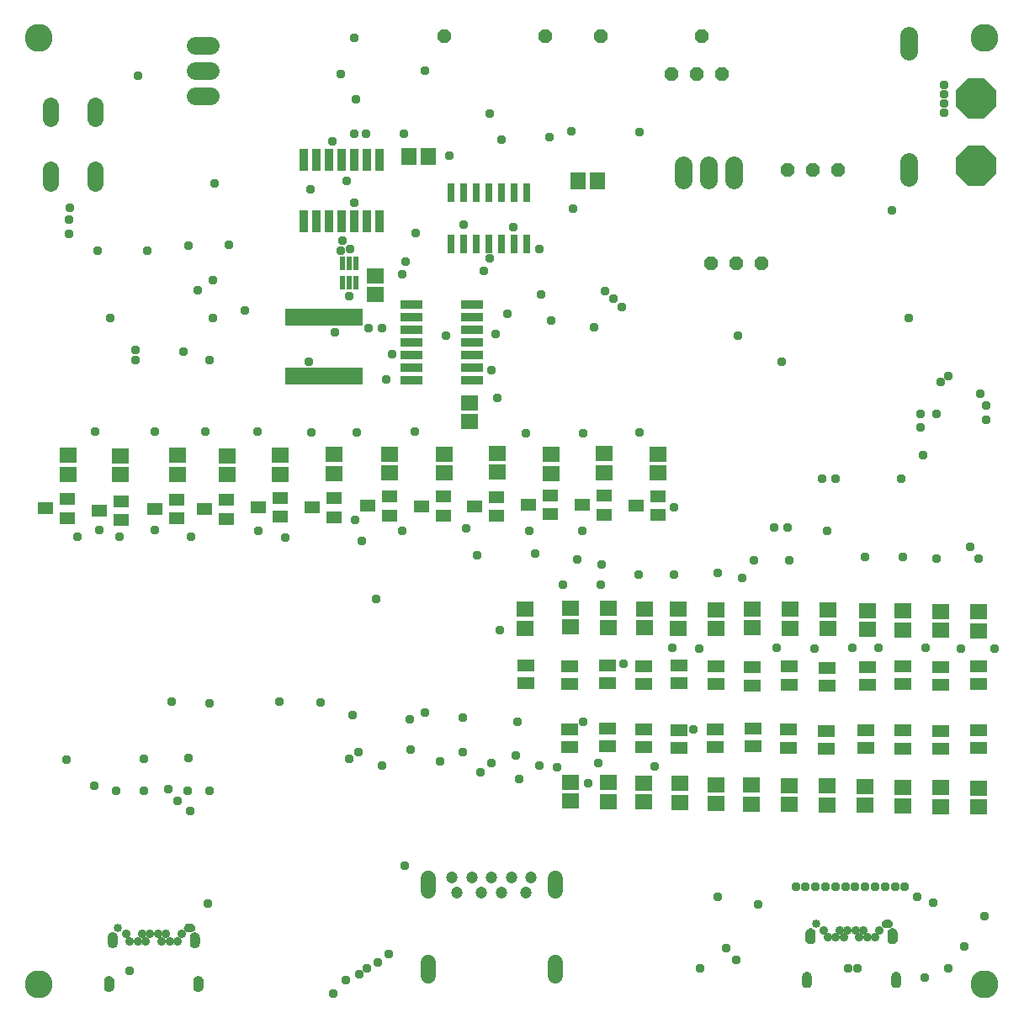
<source format=gbr>
G04 EAGLE Gerber RS-274X export*
G75*
%MOMM*%
%FSLAX34Y34*%
%LPD*%
%INSoldermask Bottom*%
%IPPOS*%
%AMOC8*
5,1,8,0,0,1.08239X$1,22.5*%
G01*
%ADD10C,2.803200*%
%ADD11P,1.451614X8X22.500000*%
%ADD12R,1.503200X1.703200*%
%ADD13R,1.703200X1.503200*%
%ADD14R,1.653200X1.303200*%
%ADD15R,0.653200X1.678200*%
%ADD16R,0.863600X2.235200*%
%ADD17R,2.235200X0.863600*%
%ADD18C,0.903200*%
%ADD19C,0.853200*%
%ADD20R,1.603200X1.203200*%
%ADD21C,1.625600*%
%ADD22C,1.743200*%
%ADD23R,0.558800X1.320800*%
%ADD24R,0.736600X1.905000*%
%ADD25C,1.203200*%
%ADD26C,1.503200*%
%ADD27C,1.767838*%
%ADD28P,4.343848X8X22.500000*%
%ADD29C,0.959600*%

G36*
X100018Y60176D02*
X100018Y60176D01*
X100024Y60182D01*
X100029Y60179D01*
X101086Y60549D01*
X101090Y60556D01*
X101096Y60553D01*
X102044Y61149D01*
X102047Y61157D01*
X102052Y61156D01*
X102844Y61948D01*
X102845Y61956D01*
X102851Y61956D01*
X103447Y62904D01*
X103446Y62913D01*
X103451Y62914D01*
X103821Y63971D01*
X103820Y63975D01*
X103822Y63977D01*
X103820Y63980D01*
X103824Y63982D01*
X103949Y65095D01*
X103947Y65098D01*
X103949Y65100D01*
X103949Y71100D01*
X103947Y71103D01*
X103949Y71106D01*
X103824Y72218D01*
X103818Y72224D01*
X103821Y72229D01*
X103451Y73286D01*
X103445Y73290D01*
X103447Y73296D01*
X102851Y74244D01*
X102843Y74247D01*
X102844Y74252D01*
X102052Y75044D01*
X102044Y75045D01*
X102044Y75051D01*
X101096Y75647D01*
X101087Y75646D01*
X101086Y75651D01*
X100029Y76021D01*
X100021Y76019D01*
X100018Y76024D01*
X98906Y76149D01*
X98898Y76145D01*
X98895Y76149D01*
X97782Y76024D01*
X97776Y76018D01*
X97771Y76021D01*
X96714Y75651D01*
X96710Y75645D01*
X96704Y75647D01*
X95756Y75051D01*
X95753Y75043D01*
X95748Y75044D01*
X94956Y74252D01*
X94955Y74244D01*
X94949Y74244D01*
X94353Y73296D01*
X94354Y73287D01*
X94349Y73286D01*
X93979Y72229D01*
X93981Y72221D01*
X93976Y72218D01*
X93851Y71106D01*
X93853Y71102D01*
X93851Y71100D01*
X93851Y65100D01*
X93853Y65097D01*
X93851Y65095D01*
X93976Y63982D01*
X93982Y63976D01*
X93979Y63971D01*
X94349Y62914D01*
X94356Y62910D01*
X94353Y62904D01*
X94949Y61956D01*
X94957Y61953D01*
X94956Y61948D01*
X95748Y61156D01*
X95756Y61155D01*
X95756Y61149D01*
X96704Y60553D01*
X96713Y60554D01*
X96714Y60549D01*
X97771Y60179D01*
X97779Y60181D01*
X97782Y60176D01*
X98895Y60051D01*
X98902Y60055D01*
X98906Y60051D01*
X100018Y60176D01*
G37*
G36*
X182618Y60176D02*
X182618Y60176D01*
X182624Y60182D01*
X182629Y60179D01*
X183686Y60549D01*
X183690Y60556D01*
X183696Y60553D01*
X184644Y61149D01*
X184647Y61157D01*
X184652Y61156D01*
X185444Y61948D01*
X185445Y61956D01*
X185451Y61956D01*
X186047Y62904D01*
X186046Y62913D01*
X186051Y62914D01*
X186421Y63971D01*
X186420Y63975D01*
X186422Y63977D01*
X186420Y63980D01*
X186424Y63982D01*
X186549Y65095D01*
X186547Y65098D01*
X186549Y65100D01*
X186549Y71100D01*
X186547Y71103D01*
X186549Y71106D01*
X186424Y72218D01*
X186418Y72224D01*
X186421Y72229D01*
X186051Y73286D01*
X186045Y73290D01*
X186047Y73296D01*
X185451Y74244D01*
X185443Y74247D01*
X185444Y74252D01*
X184652Y75044D01*
X184644Y75045D01*
X184644Y75051D01*
X183696Y75647D01*
X183687Y75646D01*
X183686Y75651D01*
X182629Y76021D01*
X182621Y76019D01*
X182618Y76024D01*
X181506Y76149D01*
X181498Y76145D01*
X181495Y76149D01*
X180382Y76024D01*
X180376Y76018D01*
X180371Y76021D01*
X179314Y75651D01*
X179310Y75645D01*
X179304Y75647D01*
X178356Y75051D01*
X178353Y75043D01*
X178348Y75044D01*
X177556Y74252D01*
X177555Y74244D01*
X177549Y74244D01*
X176953Y73296D01*
X176954Y73287D01*
X176949Y73286D01*
X176579Y72229D01*
X176581Y72221D01*
X176576Y72218D01*
X176451Y71106D01*
X176453Y71102D01*
X176451Y71100D01*
X176451Y65100D01*
X176453Y65097D01*
X176451Y65095D01*
X176576Y63982D01*
X176582Y63976D01*
X176579Y63971D01*
X176949Y62914D01*
X176956Y62910D01*
X176953Y62904D01*
X177549Y61956D01*
X177557Y61953D01*
X177556Y61948D01*
X178348Y61156D01*
X178356Y61155D01*
X178356Y61149D01*
X179304Y60553D01*
X179313Y60554D01*
X179314Y60549D01*
X180371Y60179D01*
X180379Y60181D01*
X180382Y60176D01*
X181495Y60051D01*
X181502Y60055D01*
X181506Y60051D01*
X182618Y60176D01*
G37*
G36*
X888318Y20176D02*
X888318Y20176D01*
X888324Y20182D01*
X888329Y20179D01*
X889386Y20549D01*
X889390Y20556D01*
X889396Y20553D01*
X890344Y21149D01*
X890347Y21157D01*
X890352Y21156D01*
X891144Y21948D01*
X891145Y21956D01*
X891151Y21956D01*
X891747Y22904D01*
X891746Y22913D01*
X891751Y22914D01*
X892121Y23971D01*
X892120Y23975D01*
X892122Y23977D01*
X892120Y23980D01*
X892124Y23982D01*
X892249Y25095D01*
X892247Y25098D01*
X892249Y25100D01*
X892249Y31100D01*
X892247Y31103D01*
X892249Y31106D01*
X892124Y32218D01*
X892118Y32224D01*
X892121Y32229D01*
X891751Y33286D01*
X891745Y33290D01*
X891747Y33296D01*
X891151Y34244D01*
X891143Y34247D01*
X891144Y34252D01*
X890352Y35044D01*
X890344Y35045D01*
X890344Y35051D01*
X889396Y35647D01*
X889387Y35646D01*
X889386Y35651D01*
X888329Y36021D01*
X888321Y36019D01*
X888318Y36024D01*
X887206Y36149D01*
X887198Y36145D01*
X887195Y36149D01*
X886082Y36024D01*
X886076Y36018D01*
X886071Y36021D01*
X885014Y35651D01*
X885010Y35645D01*
X885004Y35647D01*
X884056Y35051D01*
X884053Y35043D01*
X884048Y35044D01*
X883256Y34252D01*
X883255Y34244D01*
X883249Y34244D01*
X882653Y33296D01*
X882654Y33287D01*
X882649Y33286D01*
X882279Y32229D01*
X882281Y32221D01*
X882276Y32218D01*
X882151Y31106D01*
X882153Y31102D01*
X882151Y31100D01*
X882151Y25100D01*
X882153Y25097D01*
X882151Y25095D01*
X882276Y23982D01*
X882282Y23976D01*
X882279Y23971D01*
X882649Y22914D01*
X882656Y22910D01*
X882653Y22904D01*
X883249Y21956D01*
X883257Y21953D01*
X883256Y21948D01*
X884048Y21156D01*
X884056Y21155D01*
X884056Y21149D01*
X885004Y20553D01*
X885013Y20554D01*
X885014Y20549D01*
X886071Y20179D01*
X886079Y20181D01*
X886082Y20176D01*
X887195Y20051D01*
X887202Y20055D01*
X887206Y20051D01*
X888318Y20176D01*
G37*
G36*
X798518Y20176D02*
X798518Y20176D01*
X798524Y20182D01*
X798529Y20179D01*
X799586Y20549D01*
X799590Y20556D01*
X799596Y20553D01*
X800544Y21149D01*
X800547Y21157D01*
X800552Y21156D01*
X801344Y21948D01*
X801345Y21956D01*
X801351Y21956D01*
X801947Y22904D01*
X801946Y22913D01*
X801951Y22914D01*
X802321Y23971D01*
X802320Y23975D01*
X802322Y23977D01*
X802320Y23980D01*
X802324Y23982D01*
X802449Y25095D01*
X802447Y25098D01*
X802449Y25100D01*
X802449Y31100D01*
X802447Y31103D01*
X802449Y31106D01*
X802324Y32218D01*
X802318Y32224D01*
X802321Y32229D01*
X801951Y33286D01*
X801945Y33290D01*
X801947Y33296D01*
X801351Y34244D01*
X801343Y34247D01*
X801344Y34252D01*
X800552Y35044D01*
X800544Y35045D01*
X800544Y35051D01*
X799596Y35647D01*
X799587Y35646D01*
X799586Y35651D01*
X798529Y36021D01*
X798521Y36019D01*
X798518Y36024D01*
X797406Y36149D01*
X797398Y36145D01*
X797395Y36149D01*
X796282Y36024D01*
X796276Y36018D01*
X796271Y36021D01*
X795214Y35651D01*
X795210Y35645D01*
X795204Y35647D01*
X794256Y35051D01*
X794253Y35043D01*
X794248Y35044D01*
X793456Y34252D01*
X793455Y34244D01*
X793449Y34244D01*
X792853Y33296D01*
X792854Y33287D01*
X792849Y33286D01*
X792479Y32229D01*
X792481Y32221D01*
X792476Y32218D01*
X792351Y31106D01*
X792353Y31102D01*
X792351Y31100D01*
X792351Y25100D01*
X792353Y25097D01*
X792351Y25095D01*
X792476Y23982D01*
X792482Y23976D01*
X792479Y23971D01*
X792849Y22914D01*
X792856Y22910D01*
X792853Y22904D01*
X793449Y21956D01*
X793457Y21953D01*
X793456Y21948D01*
X794248Y21156D01*
X794256Y21155D01*
X794256Y21149D01*
X795204Y20553D01*
X795213Y20554D01*
X795214Y20549D01*
X796271Y20179D01*
X796279Y20181D01*
X796282Y20176D01*
X797395Y20051D01*
X797402Y20055D01*
X797406Y20051D01*
X798518Y20176D01*
G37*
G36*
X186218Y16176D02*
X186218Y16176D01*
X186224Y16182D01*
X186229Y16179D01*
X187286Y16549D01*
X187290Y16556D01*
X187296Y16553D01*
X188244Y17149D01*
X188247Y17157D01*
X188252Y17156D01*
X189044Y17948D01*
X189045Y17956D01*
X189051Y17956D01*
X189647Y18904D01*
X189646Y18913D01*
X189651Y18914D01*
X190021Y19971D01*
X190020Y19975D01*
X190022Y19977D01*
X190020Y19980D01*
X190024Y19982D01*
X190149Y21095D01*
X190147Y21098D01*
X190149Y21100D01*
X190149Y27100D01*
X190147Y27103D01*
X190149Y27106D01*
X190024Y28218D01*
X190018Y28224D01*
X190021Y28229D01*
X189651Y29286D01*
X189645Y29290D01*
X189647Y29296D01*
X189051Y30244D01*
X189043Y30247D01*
X189044Y30252D01*
X188252Y31044D01*
X188244Y31045D01*
X188244Y31051D01*
X187296Y31647D01*
X187287Y31646D01*
X187286Y31651D01*
X186229Y32021D01*
X186221Y32019D01*
X186218Y32024D01*
X185106Y32149D01*
X185098Y32145D01*
X185095Y32149D01*
X183982Y32024D01*
X183976Y32018D01*
X183971Y32021D01*
X182914Y31651D01*
X182910Y31645D01*
X182904Y31647D01*
X181956Y31051D01*
X181953Y31043D01*
X181948Y31044D01*
X181156Y30252D01*
X181155Y30244D01*
X181149Y30244D01*
X180553Y29296D01*
X180554Y29287D01*
X180549Y29286D01*
X180179Y28229D01*
X180181Y28221D01*
X180176Y28218D01*
X180051Y27106D01*
X180053Y27102D01*
X180051Y27100D01*
X180051Y21100D01*
X180053Y21097D01*
X180051Y21095D01*
X180176Y19982D01*
X180182Y19976D01*
X180179Y19971D01*
X180549Y18914D01*
X180556Y18910D01*
X180553Y18904D01*
X181149Y17956D01*
X181157Y17953D01*
X181156Y17948D01*
X181948Y17156D01*
X181956Y17155D01*
X181956Y17149D01*
X182904Y16553D01*
X182913Y16554D01*
X182914Y16549D01*
X183971Y16179D01*
X183979Y16181D01*
X183982Y16176D01*
X185095Y16051D01*
X185102Y16055D01*
X185106Y16051D01*
X186218Y16176D01*
G37*
G36*
X96418Y16176D02*
X96418Y16176D01*
X96424Y16182D01*
X96429Y16179D01*
X97486Y16549D01*
X97490Y16556D01*
X97496Y16553D01*
X98444Y17149D01*
X98447Y17157D01*
X98452Y17156D01*
X99244Y17948D01*
X99245Y17956D01*
X99251Y17956D01*
X99847Y18904D01*
X99846Y18913D01*
X99851Y18914D01*
X100221Y19971D01*
X100220Y19975D01*
X100222Y19977D01*
X100220Y19980D01*
X100224Y19982D01*
X100349Y21095D01*
X100347Y21098D01*
X100349Y21100D01*
X100349Y27100D01*
X100347Y27103D01*
X100349Y27106D01*
X100224Y28218D01*
X100218Y28224D01*
X100221Y28229D01*
X99851Y29286D01*
X99845Y29290D01*
X99847Y29296D01*
X99251Y30244D01*
X99243Y30247D01*
X99244Y30252D01*
X98452Y31044D01*
X98444Y31045D01*
X98444Y31051D01*
X97496Y31647D01*
X97487Y31646D01*
X97486Y31651D01*
X96429Y32021D01*
X96421Y32019D01*
X96418Y32024D01*
X95306Y32149D01*
X95298Y32145D01*
X95295Y32149D01*
X94182Y32024D01*
X94176Y32018D01*
X94171Y32021D01*
X93114Y31651D01*
X93110Y31645D01*
X93104Y31647D01*
X92156Y31051D01*
X92153Y31043D01*
X92148Y31044D01*
X91356Y30252D01*
X91355Y30244D01*
X91349Y30244D01*
X90753Y29296D01*
X90754Y29287D01*
X90749Y29286D01*
X90379Y28229D01*
X90381Y28221D01*
X90376Y28218D01*
X90251Y27106D01*
X90253Y27102D01*
X90251Y27100D01*
X90251Y21100D01*
X90253Y21097D01*
X90251Y21095D01*
X90376Y19982D01*
X90382Y19976D01*
X90379Y19971D01*
X90749Y18914D01*
X90756Y18910D01*
X90753Y18904D01*
X91349Y17956D01*
X91357Y17953D01*
X91356Y17948D01*
X92148Y17156D01*
X92156Y17155D01*
X92156Y17149D01*
X93104Y16553D01*
X93113Y16554D01*
X93114Y16549D01*
X94171Y16179D01*
X94179Y16181D01*
X94182Y16176D01*
X95295Y16051D01*
X95302Y16055D01*
X95306Y16051D01*
X96418Y16176D01*
G37*
G36*
X884718Y64176D02*
X884718Y64176D01*
X884724Y64182D01*
X884729Y64179D01*
X885786Y64549D01*
X885790Y64556D01*
X885796Y64553D01*
X886744Y65149D01*
X886747Y65157D01*
X886752Y65156D01*
X887544Y65948D01*
X887545Y65956D01*
X887551Y65956D01*
X888147Y66904D01*
X888146Y66913D01*
X888151Y66914D01*
X888521Y67971D01*
X888520Y67975D01*
X888522Y67977D01*
X888520Y67980D01*
X888524Y67982D01*
X888649Y69095D01*
X888647Y69098D01*
X888649Y69100D01*
X888649Y75100D01*
X888647Y75103D01*
X888649Y75106D01*
X888524Y76218D01*
X888518Y76224D01*
X888521Y76229D01*
X888151Y77286D01*
X888145Y77290D01*
X888147Y77296D01*
X887551Y78244D01*
X887543Y78247D01*
X887544Y78252D01*
X886752Y79044D01*
X886744Y79045D01*
X886744Y79051D01*
X885796Y79647D01*
X885787Y79646D01*
X885786Y79651D01*
X884729Y80021D01*
X884721Y80019D01*
X884718Y80024D01*
X883606Y80149D01*
X883598Y80145D01*
X883595Y80149D01*
X882482Y80024D01*
X882476Y80018D01*
X882471Y80021D01*
X881414Y79651D01*
X881410Y79645D01*
X881404Y79647D01*
X880456Y79051D01*
X880453Y79043D01*
X880448Y79044D01*
X879656Y78252D01*
X879655Y78244D01*
X879649Y78244D01*
X879053Y77296D01*
X879054Y77287D01*
X879049Y77286D01*
X878679Y76229D01*
X878681Y76221D01*
X878676Y76218D01*
X878551Y75106D01*
X878553Y75102D01*
X878551Y75100D01*
X878551Y69100D01*
X878553Y69097D01*
X878551Y69095D01*
X878676Y67982D01*
X878682Y67976D01*
X878679Y67971D01*
X879049Y66914D01*
X879056Y66910D01*
X879053Y66904D01*
X879649Y65956D01*
X879657Y65953D01*
X879656Y65948D01*
X880448Y65156D01*
X880456Y65155D01*
X880456Y65149D01*
X881404Y64553D01*
X881413Y64554D01*
X881414Y64549D01*
X882471Y64179D01*
X882479Y64181D01*
X882482Y64176D01*
X883595Y64051D01*
X883602Y64055D01*
X883606Y64051D01*
X884718Y64176D01*
G37*
G36*
X802118Y64176D02*
X802118Y64176D01*
X802124Y64182D01*
X802129Y64179D01*
X803186Y64549D01*
X803190Y64556D01*
X803196Y64553D01*
X804144Y65149D01*
X804147Y65157D01*
X804152Y65156D01*
X804944Y65948D01*
X804945Y65956D01*
X804951Y65956D01*
X805547Y66904D01*
X805546Y66913D01*
X805551Y66914D01*
X805921Y67971D01*
X805920Y67975D01*
X805922Y67977D01*
X805920Y67980D01*
X805924Y67982D01*
X806049Y69095D01*
X806047Y69098D01*
X806049Y69100D01*
X806049Y75100D01*
X806047Y75103D01*
X806049Y75106D01*
X805924Y76218D01*
X805918Y76224D01*
X805921Y76229D01*
X805551Y77286D01*
X805545Y77290D01*
X805547Y77296D01*
X804951Y78244D01*
X804943Y78247D01*
X804944Y78252D01*
X804152Y79044D01*
X804144Y79045D01*
X804144Y79051D01*
X803196Y79647D01*
X803187Y79646D01*
X803186Y79651D01*
X802129Y80021D01*
X802121Y80019D01*
X802118Y80024D01*
X801006Y80149D01*
X800998Y80145D01*
X800995Y80149D01*
X799882Y80024D01*
X799876Y80018D01*
X799871Y80021D01*
X798814Y79651D01*
X798810Y79645D01*
X798804Y79647D01*
X797856Y79051D01*
X797853Y79043D01*
X797848Y79044D01*
X797056Y78252D01*
X797055Y78244D01*
X797049Y78244D01*
X796453Y77296D01*
X796454Y77287D01*
X796449Y77286D01*
X796079Y76229D01*
X796081Y76221D01*
X796076Y76218D01*
X795951Y75106D01*
X795953Y75102D01*
X795951Y75100D01*
X795951Y69100D01*
X795953Y69097D01*
X795951Y69095D01*
X796076Y67982D01*
X796082Y67976D01*
X796079Y67971D01*
X796449Y66914D01*
X796456Y66910D01*
X796453Y66904D01*
X797049Y65956D01*
X797057Y65953D01*
X797056Y65948D01*
X797848Y65156D01*
X797856Y65155D01*
X797856Y65149D01*
X798804Y64553D01*
X798813Y64554D01*
X798814Y64549D01*
X799871Y64179D01*
X799879Y64181D01*
X799882Y64176D01*
X800995Y64051D01*
X801002Y64055D01*
X801006Y64051D01*
X802118Y64176D01*
G37*
G36*
X879803Y80203D02*
X879803Y80203D01*
X879806Y80201D01*
X880751Y80308D01*
X880757Y80313D01*
X880762Y80310D01*
X881660Y80624D01*
X881665Y80631D01*
X881670Y80629D01*
X882476Y81136D01*
X882479Y81143D01*
X882485Y81142D01*
X883158Y81815D01*
X883159Y81823D01*
X883164Y81824D01*
X883671Y82630D01*
X883670Y82638D01*
X883676Y82640D01*
X883990Y83538D01*
X883987Y83546D01*
X883992Y83549D01*
X884099Y84495D01*
X884095Y84502D01*
X884099Y84506D01*
X883992Y85451D01*
X883987Y85457D01*
X883990Y85462D01*
X883676Y86360D01*
X883669Y86365D01*
X883671Y86370D01*
X883164Y87176D01*
X883157Y87179D01*
X883158Y87185D01*
X882485Y87858D01*
X882477Y87859D01*
X882476Y87864D01*
X881670Y88371D01*
X881662Y88370D01*
X881660Y88376D01*
X880762Y88690D01*
X880754Y88687D01*
X880751Y88692D01*
X879806Y88799D01*
X879802Y88797D01*
X879800Y88799D01*
X876800Y88799D01*
X876797Y88797D01*
X876795Y88799D01*
X875849Y88692D01*
X875843Y88687D01*
X875838Y88690D01*
X874940Y88376D01*
X874935Y88369D01*
X874930Y88371D01*
X874124Y87864D01*
X874121Y87857D01*
X874115Y87858D01*
X873442Y87185D01*
X873441Y87177D01*
X873436Y87176D01*
X872929Y86370D01*
X872930Y86362D01*
X872924Y86360D01*
X872610Y85462D01*
X872613Y85454D01*
X872608Y85451D01*
X872501Y84506D01*
X872505Y84499D01*
X872504Y84499D01*
X872505Y84498D01*
X872501Y84495D01*
X872608Y83549D01*
X872613Y83543D01*
X872610Y83538D01*
X872924Y82640D01*
X872931Y82635D01*
X872929Y82630D01*
X873436Y81824D01*
X873443Y81821D01*
X873442Y81815D01*
X874115Y81142D01*
X874123Y81141D01*
X874124Y81136D01*
X874930Y80629D01*
X874938Y80630D01*
X874940Y80624D01*
X875838Y80310D01*
X875846Y80313D01*
X875849Y80308D01*
X876795Y80201D01*
X876798Y80203D01*
X876800Y80201D01*
X879800Y80201D01*
X879803Y80203D01*
G37*
G36*
X177703Y76203D02*
X177703Y76203D01*
X177706Y76201D01*
X178651Y76308D01*
X178657Y76313D01*
X178662Y76310D01*
X179560Y76624D01*
X179565Y76631D01*
X179570Y76629D01*
X180376Y77136D01*
X180379Y77143D01*
X180385Y77142D01*
X181058Y77815D01*
X181059Y77823D01*
X181064Y77824D01*
X181571Y78630D01*
X181570Y78638D01*
X181576Y78640D01*
X181890Y79538D01*
X181887Y79546D01*
X181892Y79549D01*
X181999Y80495D01*
X181995Y80502D01*
X181999Y80506D01*
X181892Y81451D01*
X181887Y81457D01*
X181890Y81462D01*
X181576Y82360D01*
X181569Y82365D01*
X181571Y82370D01*
X181064Y83176D01*
X181057Y83179D01*
X181058Y83185D01*
X180385Y83858D01*
X180377Y83859D01*
X180376Y83864D01*
X179570Y84371D01*
X179562Y84370D01*
X179560Y84376D01*
X178662Y84690D01*
X178654Y84687D01*
X178651Y84692D01*
X177706Y84799D01*
X177702Y84797D01*
X177700Y84799D01*
X174700Y84799D01*
X174697Y84797D01*
X174695Y84799D01*
X173749Y84692D01*
X173743Y84687D01*
X173738Y84690D01*
X172840Y84376D01*
X172835Y84369D01*
X172830Y84371D01*
X172024Y83864D01*
X172021Y83857D01*
X172015Y83858D01*
X171342Y83185D01*
X171341Y83177D01*
X171336Y83176D01*
X170829Y82370D01*
X170830Y82362D01*
X170824Y82360D01*
X170510Y81462D01*
X170513Y81454D01*
X170508Y81451D01*
X170401Y80506D01*
X170405Y80499D01*
X170404Y80499D01*
X170405Y80498D01*
X170401Y80495D01*
X170508Y79549D01*
X170513Y79543D01*
X170510Y79538D01*
X170824Y78640D01*
X170831Y78635D01*
X170829Y78630D01*
X171336Y77824D01*
X171343Y77821D01*
X171342Y77815D01*
X172015Y77142D01*
X172023Y77141D01*
X172024Y77136D01*
X172830Y76629D01*
X172838Y76630D01*
X172840Y76624D01*
X173738Y76310D01*
X173746Y76313D01*
X173749Y76308D01*
X174695Y76201D01*
X174698Y76203D01*
X174700Y76201D01*
X177700Y76201D01*
X177703Y76203D01*
G37*
D10*
X24000Y976000D03*
X24000Y24000D03*
X976000Y24000D03*
X976000Y976000D03*
D11*
X701100Y749500D03*
X751900Y749500D03*
X726500Y749500D03*
D12*
X567300Y832400D03*
X586300Y832400D03*
X397100Y856800D03*
X416100Y856800D03*
D11*
X778200Y843100D03*
X829000Y843100D03*
X803600Y843100D03*
X660800Y940000D03*
X711600Y940000D03*
X686200Y940000D03*
D13*
X363300Y717800D03*
X363300Y736800D03*
X457700Y608700D03*
X457700Y589700D03*
D14*
X558800Y280500D03*
X558800Y262500D03*
X894000Y279000D03*
X894000Y261000D03*
X932000Y278400D03*
X932000Y260400D03*
X970000Y279300D03*
X970000Y261300D03*
X970000Y325800D03*
X970000Y343800D03*
X932000Y324900D03*
X932000Y342900D03*
X894000Y326000D03*
X894000Y344000D03*
X858000Y325100D03*
X858000Y343100D03*
X818000Y324200D03*
X818000Y342200D03*
X780000Y325300D03*
X780000Y343300D03*
X742000Y324400D03*
X742000Y342400D03*
X596800Y281400D03*
X596800Y263400D03*
X706000Y325500D03*
X706000Y343500D03*
X668800Y326500D03*
X668800Y344500D03*
X632800Y325600D03*
X632800Y343600D03*
X596800Y326700D03*
X596800Y344700D03*
X558800Y325800D03*
X558800Y343800D03*
X514800Y326900D03*
X514800Y344900D03*
X632800Y280300D03*
X632800Y262300D03*
X668800Y279200D03*
X668800Y261200D03*
X704800Y280100D03*
X704800Y262100D03*
X742800Y281000D03*
X742800Y263000D03*
X778800Y279900D03*
X778800Y261900D03*
X816800Y278800D03*
X816800Y260800D03*
X856800Y279700D03*
X856800Y261700D03*
D15*
X346950Y636020D03*
X340450Y636020D03*
X333950Y636020D03*
X327450Y636020D03*
X320950Y636020D03*
X314450Y636020D03*
X307950Y636020D03*
X301450Y636020D03*
X294950Y636020D03*
X288450Y636020D03*
X281950Y636020D03*
X275450Y636020D03*
X275450Y694780D03*
X281950Y694780D03*
X288450Y694780D03*
X294950Y694780D03*
X301450Y694780D03*
X307950Y694780D03*
X314450Y694780D03*
X320950Y694780D03*
X327450Y694780D03*
X333950Y694780D03*
X340450Y694780D03*
X346950Y694780D03*
D16*
X367300Y791666D03*
X367300Y853134D03*
X354600Y791666D03*
X341900Y791666D03*
X354600Y853134D03*
X341900Y853134D03*
X329200Y791666D03*
X329200Y853134D03*
X316500Y791666D03*
X303800Y791666D03*
X316500Y853134D03*
X303800Y853134D03*
X291100Y791666D03*
X291100Y853134D03*
D17*
X399066Y631400D03*
X460534Y631400D03*
X399066Y644100D03*
X399066Y656800D03*
X460534Y644100D03*
X460534Y656800D03*
X399066Y669500D03*
X460534Y669500D03*
X399066Y682200D03*
X399066Y694900D03*
X460534Y682200D03*
X460534Y694900D03*
X399066Y707600D03*
X460534Y707600D03*
D18*
X168200Y74000D03*
X164200Y67000D03*
X156200Y67000D03*
X152200Y74000D03*
X148200Y67000D03*
X144200Y74000D03*
X136200Y74000D03*
X132200Y67000D03*
X128200Y74000D03*
X124200Y67000D03*
X116200Y67000D03*
X112200Y74000D03*
D19*
X176200Y80500D03*
X104200Y80500D03*
D18*
X870300Y78000D03*
X866300Y71000D03*
X858300Y71000D03*
X854300Y78000D03*
X850300Y71000D03*
X846300Y78000D03*
X838300Y78000D03*
X834300Y71000D03*
X830300Y78000D03*
X826300Y71000D03*
X818300Y71000D03*
X814300Y78000D03*
D19*
X878300Y84500D03*
X806300Y84500D03*
D20*
X647300Y515100D03*
X647300Y496100D03*
X625300Y505600D03*
X593300Y515400D03*
X593300Y496400D03*
X571300Y505900D03*
X539300Y515700D03*
X539300Y496700D03*
X517300Y506200D03*
X485300Y514000D03*
X485300Y495000D03*
X463300Y504500D03*
X431300Y514300D03*
X431300Y495300D03*
X409300Y504800D03*
X377300Y514600D03*
X377300Y495600D03*
X355300Y505100D03*
X321300Y512900D03*
X321300Y493900D03*
X299300Y503400D03*
X267300Y513200D03*
X267300Y494200D03*
X245300Y503700D03*
X213500Y511100D03*
X213500Y492100D03*
X191500Y501600D03*
X163500Y511400D03*
X163500Y492400D03*
X141500Y501900D03*
X107500Y509700D03*
X107500Y490700D03*
X85500Y500200D03*
X53500Y512000D03*
X53500Y493000D03*
X31500Y502500D03*
D11*
X432200Y978000D03*
X533800Y978000D03*
D13*
X647200Y557100D03*
X647200Y538100D03*
X593200Y557600D03*
X593200Y538600D03*
X539700Y556600D03*
X539700Y537600D03*
X485700Y558100D03*
X485700Y539100D03*
D11*
X589700Y977500D03*
X691300Y977500D03*
D13*
X432300Y557400D03*
X432300Y538400D03*
X377700Y557100D03*
X377700Y538100D03*
X321700Y556600D03*
X321700Y537600D03*
X267700Y556100D03*
X267700Y537100D03*
X213700Y555600D03*
X213700Y536600D03*
X163700Y556100D03*
X163700Y537100D03*
X106700Y555600D03*
X106700Y536600D03*
X53700Y556100D03*
X53700Y537100D03*
X559300Y227100D03*
X559300Y208100D03*
X597300Y226600D03*
X597300Y207600D03*
X633300Y226100D03*
X633300Y207100D03*
X669300Y225600D03*
X669300Y206600D03*
X705800Y224600D03*
X705800Y205600D03*
X741800Y224100D03*
X741800Y205100D03*
X779800Y223600D03*
X779800Y204600D03*
X817800Y223100D03*
X817800Y204100D03*
X855800Y222600D03*
X855800Y203600D03*
X893800Y222100D03*
X893800Y203100D03*
X931800Y221600D03*
X931800Y202600D03*
X969800Y221100D03*
X969800Y202100D03*
X970200Y379400D03*
X970200Y398400D03*
X932200Y379900D03*
X932200Y398900D03*
X894200Y380400D03*
X894200Y399400D03*
X858200Y380900D03*
X858200Y399900D03*
X818200Y381400D03*
X818200Y400400D03*
X780200Y381900D03*
X780200Y400900D03*
X742200Y382400D03*
X742200Y401400D03*
X705700Y381400D03*
X705700Y400400D03*
X667700Y381900D03*
X667700Y400900D03*
X633700Y382400D03*
X633700Y401400D03*
X597700Y382900D03*
X597700Y401900D03*
X559700Y383400D03*
X559700Y402400D03*
X513700Y381900D03*
X513700Y400900D03*
D21*
X81506Y894500D02*
X81506Y908724D01*
X36294Y908724D02*
X36294Y894500D01*
X81506Y843700D02*
X81506Y829476D01*
X36294Y829476D02*
X36294Y843700D01*
D22*
X723400Y848200D02*
X723400Y832800D01*
X698000Y832800D02*
X698000Y848200D01*
X672600Y848200D02*
X672600Y832800D01*
X197200Y917300D02*
X181800Y917300D01*
X181800Y942700D02*
X197200Y942700D01*
X197200Y968100D02*
X181800Y968100D01*
D23*
X343504Y729748D03*
X336900Y729748D03*
X330296Y729748D03*
X330296Y749052D03*
X336900Y749052D03*
X343504Y749052D03*
D24*
X515200Y768792D03*
X502500Y768792D03*
X489800Y768792D03*
X477100Y768792D03*
X464400Y768792D03*
X451700Y768792D03*
X439000Y768792D03*
X439000Y820608D03*
X451700Y820608D03*
X464400Y820608D03*
X477100Y820608D03*
X489800Y820608D03*
X502500Y820608D03*
X515200Y820608D03*
D25*
X445000Y116250D03*
X470000Y116250D03*
X490000Y116250D03*
X515000Y116250D03*
X520000Y131250D03*
X500000Y131250D03*
X480000Y131250D03*
X460000Y131250D03*
X440000Y131250D03*
D26*
X416000Y130250D02*
X416000Y117250D01*
X544000Y117250D02*
X544000Y130250D01*
X416000Y45250D02*
X416000Y32250D01*
X544000Y32250D02*
X544000Y45250D01*
D27*
X899600Y835877D02*
X899600Y851523D01*
X899600Y962877D02*
X899600Y978523D01*
D28*
X967400Y847600D03*
X967400Y915000D03*
D29*
X891800Y532600D03*
X393200Y750600D03*
X337200Y716600D03*
X391800Y879800D03*
X437600Y857800D03*
X413000Y943400D03*
X55400Y805400D03*
X55200Y793000D03*
X55200Y779200D03*
X174800Y767400D03*
X201200Y829400D03*
X935600Y928400D03*
X935600Y919200D03*
X935400Y909800D03*
X935200Y900800D03*
X81400Y580200D03*
X141600Y580200D03*
X191800Y580200D03*
X244400Y579800D03*
X299000Y579400D03*
X344200Y579400D03*
X403000Y579800D03*
X515000Y578600D03*
X572400Y577800D03*
X629000Y579400D03*
X523600Y457000D03*
X566600Y451000D03*
X591000Y446200D03*
X454400Y482200D03*
X349800Y469600D03*
X272600Y473200D03*
X177600Y473800D03*
X63200Y474400D03*
X106000Y473800D03*
X343000Y490600D03*
X594400Y721000D03*
X603000Y713800D03*
X611400Y705400D03*
X583400Y684800D03*
X812400Y532600D03*
X825800Y532400D03*
X777800Y483600D03*
X764600Y483200D03*
X392800Y143200D03*
X116000Y37400D03*
X80400Y223400D03*
X157800Y308000D03*
X196600Y306000D03*
X266400Y307800D03*
X308000Y307200D03*
X340400Y294400D03*
X194400Y104600D03*
X628600Y881400D03*
X612600Y346200D03*
X662200Y362000D03*
X689200Y361600D03*
X766600Y362000D03*
X732000Y432200D03*
X805000Y361800D03*
X843000Y362200D03*
X869200Y362200D03*
X952200Y361800D03*
X917000Y362200D03*
X986600Y361200D03*
X682800Y279800D03*
X644200Y242600D03*
X571800Y287800D03*
X587000Y246000D03*
X577400Y226200D03*
X545800Y242000D03*
X505800Y287800D03*
X508200Y230400D03*
X451200Y292400D03*
X413400Y296800D03*
X154400Y219800D03*
X176800Y198200D03*
X129800Y250200D03*
X175200Y251600D03*
X164200Y208600D03*
X504800Y254000D03*
X839200Y39400D03*
X848400Y39400D03*
X450800Y257000D03*
X398800Y260000D03*
X346000Y257200D03*
X374000Y632000D03*
X330000Y772000D03*
X184000Y722000D03*
X298000Y824000D03*
X390000Y480000D03*
X398000Y290000D03*
X338000Y764000D03*
X490000Y874000D03*
X486000Y614000D03*
X562000Y804000D03*
X560000Y882000D03*
X728000Y676000D03*
X664000Y504000D03*
X84000Y762000D03*
X134000Y762000D03*
X200000Y694000D03*
X96000Y694000D03*
X124000Y938000D03*
X390000Y738000D03*
X882600Y802600D03*
X342000Y880000D03*
X496000Y698000D03*
X538000Y876000D03*
X530000Y718000D03*
X216000Y768000D03*
X328000Y940000D03*
X484000Y678000D03*
X480000Y642000D03*
X354000Y880000D03*
X320000Y872000D03*
X404000Y780000D03*
X914000Y556000D03*
X772000Y650000D03*
X940000Y636000D03*
X370000Y684000D03*
X502000Y786000D03*
X196000Y652000D03*
X972000Y618000D03*
X380000Y658000D03*
X356000Y684000D03*
X170000Y660000D03*
X528000Y764000D03*
X434000Y676000D03*
X932000Y630000D03*
X540000Y692000D03*
X478000Y754000D03*
X342000Y810000D03*
X928000Y598000D03*
X472000Y742000D03*
X334000Y832000D03*
X342000Y976000D03*
X478000Y900000D03*
X900000Y694000D03*
X322000Y680000D03*
X122000Y662000D03*
X122000Y652000D03*
X344000Y914000D03*
X328000Y762000D03*
X232000Y702000D03*
X200000Y732000D03*
X452000Y788000D03*
X912000Y584000D03*
X978000Y592000D03*
X912000Y598000D03*
X978000Y606000D03*
X962000Y464000D03*
X296000Y650000D03*
X52000Y250000D03*
X102000Y218000D03*
X130000Y218000D03*
X480000Y246000D03*
X174000Y218000D03*
X196000Y218000D03*
X336600Y250800D03*
X370000Y244000D03*
X428000Y248000D03*
X528000Y244000D03*
X571000Y480000D03*
X377000Y54000D03*
X518000Y480000D03*
X366000Y46000D03*
X364000Y411000D03*
X355000Y40000D03*
X347000Y34000D03*
X245300Y480300D03*
X333000Y28000D03*
X141500Y480500D03*
X321000Y14000D03*
X85500Y480500D03*
X896000Y122000D03*
X786000Y122000D03*
X796000Y122000D03*
X806000Y122000D03*
X866000Y122000D03*
X816000Y122000D03*
X826000Y122000D03*
X836000Y122000D03*
X846000Y122000D03*
X856000Y122000D03*
X876000Y122000D03*
X886000Y122000D03*
X976000Y92000D03*
X708000Y112000D03*
X552000Y426000D03*
X970000Y452000D03*
X956000Y62000D03*
X928000Y452000D03*
X940000Y40000D03*
X894000Y454000D03*
X924000Y106000D03*
X664000Y436000D03*
X856000Y454000D03*
X916000Y30000D03*
X818000Y480000D03*
X908000Y112000D03*
X780000Y450000D03*
X744000Y450000D03*
X708000Y438000D03*
X748000Y104000D03*
X726000Y48000D03*
X628000Y436000D03*
X716000Y60000D03*
X590000Y426000D03*
X690000Y40000D03*
X488000Y380000D03*
X465200Y455800D03*
X468600Y237000D03*
M02*

</source>
